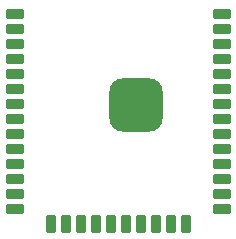
<source format=gbp>
G04*
G04 #@! TF.GenerationSoftware,Altium Limited,Altium Designer,24.10.1 (45)*
G04*
G04 Layer_Color=128*
%FSLAX44Y44*%
%MOMM*%
G71*
G04*
G04 #@! TF.SameCoordinates,DE934D07-760A-40F3-A6A2-C4044611B154*
G04*
G04*
G04 #@! TF.FilePolarity,Positive*
G04*
G01*
G75*
G04:AMPARAMS|DCode=19|XSize=4.5mm|YSize=4.5mm|CornerRadius=1.125mm|HoleSize=0mm|Usage=FLASHONLY|Rotation=0.000|XOffset=0mm|YOffset=0mm|HoleType=Round|Shape=RoundedRectangle|*
%AMROUNDEDRECTD19*
21,1,4.5000,2.2500,0,0,0.0*
21,1,2.2500,4.5000,0,0,0.0*
1,1,2.2500,1.1250,-1.1250*
1,1,2.2500,-1.1250,-1.1250*
1,1,2.2500,-1.1250,1.1250*
1,1,2.2500,1.1250,1.1250*
%
%ADD19ROUNDEDRECTD19*%
G04:AMPARAMS|DCode=45|XSize=1.5mm|YSize=0.9mm|CornerRadius=0.225mm|HoleSize=0mm|Usage=FLASHONLY|Rotation=90.000|XOffset=0mm|YOffset=0mm|HoleType=Round|Shape=RoundedRectangle|*
%AMROUNDEDRECTD45*
21,1,1.5000,0.4500,0,0,90.0*
21,1,1.0500,0.9000,0,0,90.0*
1,1,0.4500,0.2250,0.5250*
1,1,0.4500,0.2250,-0.5250*
1,1,0.4500,-0.2250,-0.5250*
1,1,0.4500,-0.2250,0.5250*
%
%ADD45ROUNDEDRECTD45*%
G04:AMPARAMS|DCode=46|XSize=1.5mm|YSize=0.9mm|CornerRadius=0.225mm|HoleSize=0mm|Usage=FLASHONLY|Rotation=180.000|XOffset=0mm|YOffset=0mm|HoleType=Round|Shape=RoundedRectangle|*
%AMROUNDEDRECTD46*
21,1,1.5000,0.4500,0,0,180.0*
21,1,1.0500,0.9000,0,0,180.0*
1,1,0.4500,-0.5250,0.2250*
1,1,0.4500,0.5250,0.2250*
1,1,0.4500,0.5250,-0.2250*
1,1,0.4500,-0.5250,-0.2250*
%
%ADD46ROUNDEDRECTD46*%
D19*
X31960Y331600D02*
D03*
D45*
X74060Y231200D02*
D03*
X61360D02*
D03*
X48660D02*
D03*
X35960D02*
D03*
X23260D02*
D03*
X-2140D02*
D03*
X-14840D02*
D03*
X-27540D02*
D03*
X-40240D02*
D03*
X10560D02*
D03*
D46*
X104460Y408800D02*
D03*
Y396100D02*
D03*
Y383400D02*
D03*
Y370700D02*
D03*
Y358000D02*
D03*
Y345300D02*
D03*
Y332600D02*
D03*
Y319900D02*
D03*
Y307200D02*
D03*
Y294500D02*
D03*
Y281800D02*
D03*
Y269100D02*
D03*
Y256400D02*
D03*
Y243700D02*
D03*
X-70540D02*
D03*
Y256400D02*
D03*
Y269100D02*
D03*
Y281800D02*
D03*
Y294500D02*
D03*
Y307200D02*
D03*
Y319900D02*
D03*
Y332600D02*
D03*
Y345300D02*
D03*
Y358000D02*
D03*
Y370700D02*
D03*
Y383400D02*
D03*
Y396100D02*
D03*
Y408800D02*
D03*
M02*

</source>
